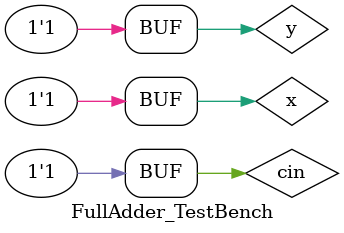
<source format=v>
module FullAdder_TestBench;

reg x, y, cin;
wire ans, cout;

FullAdder Component1(x, y, cin, ans, cout);
initial begin
	$monitor ("x = %b, y = %b, cin = %b, carry = %b, ans = %b", x, y, cin, cout, ans);
	#20
	x = 1'b0;
	y = 1'b0;
	cin = 1'b0;
	#20
	x = 1'b1;
	y = 1'b0;
	cin = 1'b0;
	#20
	x = 1'b0;
	y = 1'b1;
	cin = 1'b0;
	#20
	x = 1'b1;
	y = 1'b1;
	cin = 1'b0;
	#20
	x = 1'b0;
	y = 1'b0;
	cin = 1'b1;
	#20
	x = 1'b1;
	y = 1'b0;
	cin = 1'b1;
	#20
	x = 1'b0;
	y = 1'b1;
	cin = 1'b1;
	#20
	x = 1'b1;
	y = 1'b1;
	cin = 1'b1;
end
endmodule 


</source>
